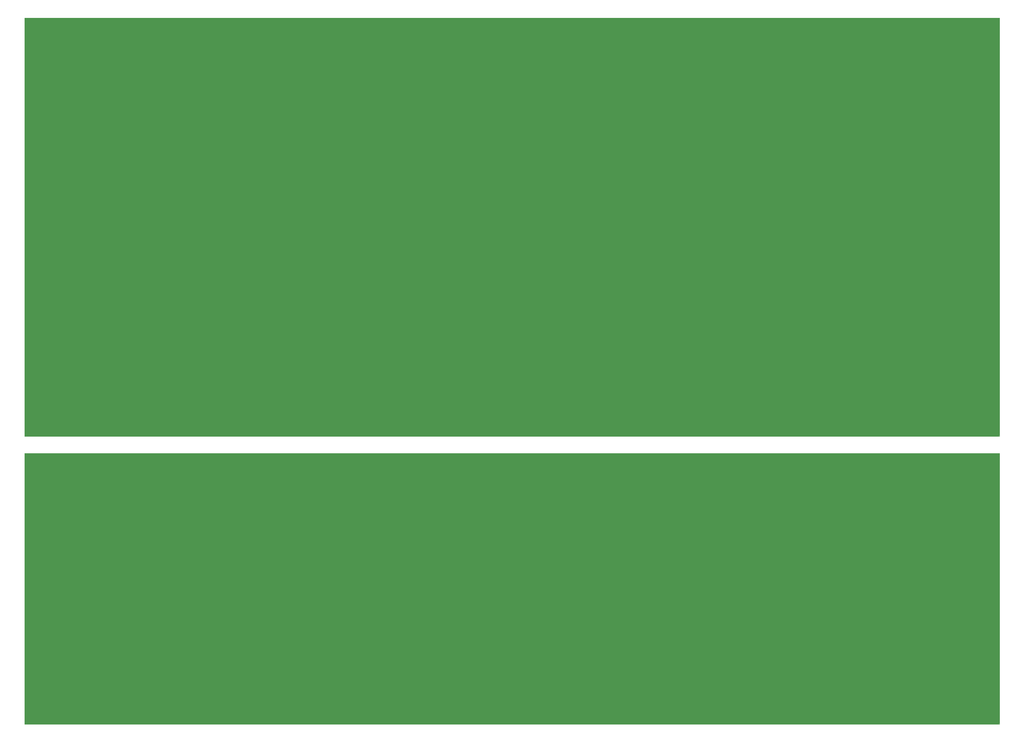
<source format=gbr>
%TF.GenerationSoftware,KiCad,Pcbnew,(6.0.4)*%
%TF.CreationDate,2022-07-24T12:14:58+02:00*%
%TF.ProjectId,MHS_Mobile_Hardware_Sampler_V3,4d48535f-4d6f-4626-996c-655f48617264,rev?*%
%TF.SameCoordinates,Original*%
%TF.FileFunction,Profile,NP*%
%FSLAX46Y46*%
G04 Gerber Fmt 4.6, Leading zero omitted, Abs format (unit mm)*
G04 Created by KiCad (PCBNEW (6.0.4)) date 2022-07-24 12:14:58*
%MOMM*%
%LPD*%
G01*
G04 APERTURE LIST*
%TA.AperFunction,Profile*%
%ADD10C,0.100000*%
%TD*%
G04 APERTURE END LIST*
D10*
X17000000Y-106500000D02*
X215000000Y-106500000D01*
X215000000Y-106500000D02*
X215000000Y-161500000D01*
X215000000Y-161500000D02*
X17000000Y-161500000D01*
X17000000Y-161500000D02*
X17000000Y-106500000D01*
X17000000Y-18000000D02*
X215000000Y-18000000D01*
X215000000Y-18000000D02*
X215000000Y-103000000D01*
X215000000Y-103000000D02*
X17000000Y-103000000D01*
X17000000Y-103000000D02*
X17000000Y-18000000D01*
G36*
X214942121Y-106520002D02*
G01*
X214988614Y-106573658D01*
X215000000Y-106626000D01*
X215000000Y-161374000D01*
X214979998Y-161442121D01*
X214926342Y-161488614D01*
X214874000Y-161500000D01*
X17126000Y-161500000D01*
X17057879Y-161479998D01*
X17011386Y-161426342D01*
X17000000Y-161374000D01*
X17000000Y-106626000D01*
X17020002Y-106557879D01*
X17073658Y-106511386D01*
X17126000Y-106500000D01*
X214874000Y-106500000D01*
X214942121Y-106520002D01*
G37*
G36*
X214942121Y-18020002D02*
G01*
X214988614Y-18073658D01*
X215000000Y-18126000D01*
X215000000Y-102874000D01*
X214979998Y-102942121D01*
X214926342Y-102988614D01*
X214874000Y-103000000D01*
X17126000Y-103000000D01*
X17057879Y-102979998D01*
X17011386Y-102926342D01*
X17000000Y-102874000D01*
X17000000Y-18126000D01*
X17020002Y-18057879D01*
X17073658Y-18011386D01*
X17126000Y-18000000D01*
X214874000Y-18000000D01*
X214942121Y-18020002D01*
G37*
M02*

</source>
